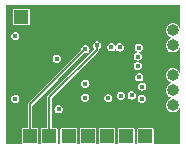
<source format=gbr>
%TF.GenerationSoftware,KiCad,Pcbnew,7.0.2-6a45011f42~172~ubuntu22.04.1*%
%TF.CreationDate,2023-05-25T09:16:40+08:00*%
%TF.ProjectId,fly2040_ds,666c7932-3034-4305-9f64-732e6b696361,rev?*%
%TF.SameCoordinates,PX45b1cc0PY2f4fd10*%
%TF.FileFunction,Copper,L3,Inr*%
%TF.FilePolarity,Positive*%
%FSLAX46Y46*%
G04 Gerber Fmt 4.6, Leading zero omitted, Abs format (unit mm)*
G04 Created by KiCad (PCBNEW 7.0.2-6a45011f42~172~ubuntu22.04.1) date 2023-05-25 09:16:40*
%MOMM*%
%LPD*%
G01*
G04 APERTURE LIST*
%TA.AperFunction,ComponentPad*%
%ADD10R,1.200000X1.200000*%
%TD*%
%TA.AperFunction,ComponentPad*%
%ADD11O,1.000000X1.000000*%
%TD*%
%TA.AperFunction,ViaPad*%
%ADD12C,0.450000*%
%TD*%
%TA.AperFunction,Conductor*%
%ADD13C,0.200000*%
%TD*%
G04 APERTURE END LIST*
D10*
%TO.N,NS_SCL*%
%TO.C,J7*%
X2177500Y-11220000D03*
%TD*%
D11*
%TO.N,RST*%
%TO.C,J8*%
X14255753Y-8601880D03*
%TO.N,D-*%
X14255753Y-7331880D03*
%TO.N,D+*%
X14255753Y-6061880D03*
%TO.N,+3V3*%
X14255753Y-4791880D03*
%TO.N,GND*%
X14255753Y-3521880D03*
%TO.N,BOOT*%
X14255753Y-2251880D03*
%TD*%
D10*
%TO.N,NS_CPU*%
%TO.C,J1*%
X1430000Y-1110000D03*
%TD*%
%TO.N,NS_CMD*%
%TO.C,J4*%
X10315000Y-11220000D03*
%TD*%
%TO.N,NS_RST*%
%TO.C,J2*%
X7060000Y-11220000D03*
%TD*%
%TO.N,NS_SDA*%
%TO.C,J6*%
X3810000Y-11220000D03*
%TD*%
%TO.N,NS_D0*%
%TO.C,J5*%
X11942500Y-11220000D03*
%TD*%
%TO.N,GND*%
%TO.C,J9*%
X5432500Y-11220000D03*
%TD*%
%TO.N,NS_CLK*%
%TO.C,J3*%
X8687500Y-11220000D03*
%TD*%
%TO.N,+3V3*%
%TO.C,J10*%
X13570000Y-11220000D03*
%TD*%
D12*
%TO.N,GND*%
X4440000Y-4640000D03*
X920000Y-8060000D03*
X920000Y-2740000D03*
%TO.N,+3V3*%
X4560000Y-2830000D03*
%TO.N,LED_DATA*%
X4590000Y-8930000D03*
%TO.N,RST*%
X6830000Y-7950000D03*
%TO.N,Net-(U1-GPIO29_ADC3)*%
X11630000Y-8050000D03*
%TO.N,Net-(U1-GPIO28_ADC2)*%
X10780000Y-7760000D03*
%TO.N,Net-(U1-GPIO27_ADC1)*%
X9860000Y-7800000D03*
%TO.N,Net-(U1-GPIO26_ADC0)*%
X8780000Y-7990000D03*
%TO.N,+3V3*%
X7855000Y-7830000D03*
%TO.N,QSPI_SD3*%
X11405000Y-6225000D03*
%TO.N,QSPI_SCK*%
X11290000Y-5270000D03*
%TO.N,QSPI_SD0*%
X11290000Y-4470000D03*
%TO.N,QSPI_SD2*%
X11380000Y-3710000D03*
%TO.N,QSPI_SD1*%
X9775000Y-3695000D03*
%TO.N,QSPI_CS*%
X9050000Y-3685000D03*
%TO.N,+3V3*%
X4980000Y-9880000D03*
X11720000Y-920000D03*
X12755000Y-9090000D03*
X8955000Y-1090000D03*
X6840000Y-5730000D03*
%TO.N,+1V1*%
X6850000Y-6785000D03*
X11660000Y-7010000D03*
%TO.N,NS_SDA*%
X7840000Y-3515000D03*
%TO.N,NS_SCL*%
X6850000Y-3850000D03*
%TD*%
D13*
%TO.N,NS_SCL*%
X6850000Y-3850000D02*
X6850000Y-3860000D01*
X6850000Y-3860000D02*
X2177500Y-8532500D01*
X2177500Y-8532500D02*
X2177500Y-11220000D01*
%TO.N,NS_SDA*%
X7840000Y-3515000D02*
X7840000Y-3890000D01*
X7840000Y-3890000D02*
X3810000Y-7920000D01*
X3810000Y-7920000D02*
X3810000Y-11220000D01*
%TD*%
%TA.AperFunction,Conductor*%
%TO.N,+3V3*%
G36*
X14885648Y-114352D02*
G01*
X14900000Y-149000D01*
X14900000Y-1991707D01*
X14885648Y-2026355D01*
X14851000Y-2040707D01*
X14816352Y-2026355D01*
X14805730Y-2010459D01*
X14780289Y-1949039D01*
X14743950Y-1901681D01*
X14684035Y-1823597D01*
X14558595Y-1727345D01*
X14558594Y-1727344D01*
X14412515Y-1666836D01*
X14255753Y-1646198D01*
X14098990Y-1666836D01*
X13995695Y-1709622D01*
X13970884Y-1719900D01*
X13952910Y-1727345D01*
X13827470Y-1823597D01*
X13731218Y-1949037D01*
X13699192Y-2026355D01*
X13670709Y-2095118D01*
X13650071Y-2251880D01*
X13670709Y-2408642D01*
X13731217Y-2554721D01*
X13731218Y-2554722D01*
X13827470Y-2680162D01*
X13905454Y-2740000D01*
X13952912Y-2776416D01*
X14060833Y-2821118D01*
X14098990Y-2836924D01*
X14109434Y-2838299D01*
X14141912Y-2857051D01*
X14151619Y-2893276D01*
X14132867Y-2925754D01*
X14109434Y-2935461D01*
X14098990Y-2936835D01*
X13952910Y-2997345D01*
X13827470Y-3093597D01*
X13731218Y-3219037D01*
X13670709Y-3365117D01*
X13665414Y-3405337D01*
X13650071Y-3521880D01*
X13670709Y-3678642D01*
X13731217Y-3824721D01*
X13731218Y-3824722D01*
X13827470Y-3950162D01*
X13869087Y-3982095D01*
X13952912Y-4046416D01*
X14098991Y-4106924D01*
X14255753Y-4127562D01*
X14412515Y-4106924D01*
X14558594Y-4046416D01*
X14684035Y-3950162D01*
X14780289Y-3824721D01*
X14805730Y-3763299D01*
X14832249Y-3736782D01*
X14869752Y-3736782D01*
X14896270Y-3763301D01*
X14900000Y-3782052D01*
X14900000Y-5801707D01*
X14885648Y-5836355D01*
X14851000Y-5850707D01*
X14816352Y-5836355D01*
X14805730Y-5820459D01*
X14780289Y-5759039D01*
X14743950Y-5711681D01*
X14684035Y-5633597D01*
X14558595Y-5537345D01*
X14558594Y-5537344D01*
X14412515Y-5476836D01*
X14255753Y-5456198D01*
X14255752Y-5456198D01*
X14098990Y-5476836D01*
X13952910Y-5537345D01*
X13827470Y-5633597D01*
X13731218Y-5759037D01*
X13670709Y-5905117D01*
X13666393Y-5937905D01*
X13650071Y-6061880D01*
X13670709Y-6218642D01*
X13731217Y-6364721D01*
X13731218Y-6364722D01*
X13827470Y-6490162D01*
X13905554Y-6550077D01*
X13952912Y-6586416D01*
X14060833Y-6631118D01*
X14098990Y-6646924D01*
X14109434Y-6648299D01*
X14141912Y-6667051D01*
X14151619Y-6703276D01*
X14132867Y-6735754D01*
X14109434Y-6745461D01*
X14098990Y-6746835D01*
X13952910Y-6807345D01*
X13827470Y-6903597D01*
X13731218Y-7029037D01*
X13670709Y-7175117D01*
X13654651Y-7297095D01*
X13650071Y-7331880D01*
X13670709Y-7488642D01*
X13731217Y-7634721D01*
X13731218Y-7634722D01*
X13827470Y-7760162D01*
X13880906Y-7801164D01*
X13952912Y-7856416D01*
X14060833Y-7901118D01*
X14098990Y-7916924D01*
X14109434Y-7918299D01*
X14141912Y-7937051D01*
X14151619Y-7973276D01*
X14132867Y-8005754D01*
X14109434Y-8015461D01*
X14098990Y-8016835D01*
X13952910Y-8077345D01*
X13827470Y-8173597D01*
X13731218Y-8299037D01*
X13670709Y-8445117D01*
X13653593Y-8575131D01*
X13650071Y-8601880D01*
X13670709Y-8758642D01*
X13731217Y-8904721D01*
X13731218Y-8904722D01*
X13827470Y-9030162D01*
X13905554Y-9090077D01*
X13952912Y-9126416D01*
X14098991Y-9186924D01*
X14255753Y-9207562D01*
X14412515Y-9186924D01*
X14558594Y-9126416D01*
X14684035Y-9030162D01*
X14780289Y-8904721D01*
X14805730Y-8843299D01*
X14832249Y-8816782D01*
X14869752Y-8816782D01*
X14896270Y-8843301D01*
X14900000Y-8862052D01*
X14900000Y-11851000D01*
X14885648Y-11885648D01*
X14851000Y-11900000D01*
X12688763Y-11900000D01*
X12654115Y-11885648D01*
X12639763Y-11851000D01*
X12640704Y-11841441D01*
X12643000Y-11829899D01*
X12642999Y-10610102D01*
X12637169Y-10580787D01*
X12637169Y-10580786D01*
X12614957Y-10547543D01*
X12614956Y-10547542D01*
X12581713Y-10525331D01*
X12581712Y-10525330D01*
X12581711Y-10525330D01*
X12552400Y-10519500D01*
X11332602Y-10519500D01*
X11303286Y-10525330D01*
X11270043Y-10547542D01*
X11247830Y-10580788D01*
X11242000Y-10610099D01*
X11242000Y-11829897D01*
X11244297Y-11841443D01*
X11236979Y-11878225D01*
X11205795Y-11899059D01*
X11196238Y-11900000D01*
X11061263Y-11900000D01*
X11026615Y-11885648D01*
X11012263Y-11851000D01*
X11013204Y-11841441D01*
X11015500Y-11829899D01*
X11015499Y-10610102D01*
X11009669Y-10580787D01*
X11009669Y-10580786D01*
X10987457Y-10547543D01*
X10987456Y-10547542D01*
X10954213Y-10525331D01*
X10954212Y-10525330D01*
X10954211Y-10525330D01*
X10924900Y-10519500D01*
X9705102Y-10519500D01*
X9675786Y-10525330D01*
X9642543Y-10547542D01*
X9620330Y-10580788D01*
X9614500Y-10610099D01*
X9614500Y-11829897D01*
X9616797Y-11841443D01*
X9609479Y-11878225D01*
X9578295Y-11899059D01*
X9568738Y-11900000D01*
X9433763Y-11900000D01*
X9399115Y-11885648D01*
X9384763Y-11851000D01*
X9385704Y-11841441D01*
X9388000Y-11829899D01*
X9387999Y-10610102D01*
X9382169Y-10580787D01*
X9382169Y-10580786D01*
X9359957Y-10547543D01*
X9359956Y-10547542D01*
X9326713Y-10525331D01*
X9326712Y-10525330D01*
X9326711Y-10525330D01*
X9297400Y-10519500D01*
X8077602Y-10519500D01*
X8048286Y-10525330D01*
X8015043Y-10547542D01*
X7992830Y-10580788D01*
X7987000Y-10610099D01*
X7987000Y-11829897D01*
X7989297Y-11841443D01*
X7981979Y-11878225D01*
X7950795Y-11899059D01*
X7941238Y-11900000D01*
X7806263Y-11900000D01*
X7771615Y-11885648D01*
X7757263Y-11851000D01*
X7758204Y-11841441D01*
X7760500Y-11829899D01*
X7760499Y-10610102D01*
X7754669Y-10580787D01*
X7754669Y-10580786D01*
X7732457Y-10547543D01*
X7732456Y-10547542D01*
X7699213Y-10525331D01*
X7699212Y-10525330D01*
X7699211Y-10525330D01*
X7669900Y-10519500D01*
X6450102Y-10519500D01*
X6420786Y-10525330D01*
X6387543Y-10547542D01*
X6365330Y-10580788D01*
X6359500Y-10610099D01*
X6359500Y-11829897D01*
X6361797Y-11841443D01*
X6354479Y-11878225D01*
X6323295Y-11899059D01*
X6313738Y-11900000D01*
X6178763Y-11900000D01*
X6144115Y-11885648D01*
X6129763Y-11851000D01*
X6130704Y-11841441D01*
X6133000Y-11829899D01*
X6132999Y-10610102D01*
X6127169Y-10580787D01*
X6127169Y-10580786D01*
X6104957Y-10547543D01*
X6104956Y-10547542D01*
X6071713Y-10525331D01*
X6071712Y-10525330D01*
X6071711Y-10525330D01*
X6042400Y-10519500D01*
X4822602Y-10519500D01*
X4793286Y-10525330D01*
X4760043Y-10547542D01*
X4737830Y-10580788D01*
X4732000Y-10610099D01*
X4732000Y-11829897D01*
X4734297Y-11841443D01*
X4726979Y-11878225D01*
X4695795Y-11899059D01*
X4686238Y-11900000D01*
X4556263Y-11900000D01*
X4521615Y-11885648D01*
X4507263Y-11851000D01*
X4508204Y-11841441D01*
X4510500Y-11829899D01*
X4510499Y-10610102D01*
X4504669Y-10580787D01*
X4504669Y-10580786D01*
X4482457Y-10547543D01*
X4482456Y-10547542D01*
X4449213Y-10525331D01*
X4449212Y-10525330D01*
X4449211Y-10525330D01*
X4419901Y-10519500D01*
X4419899Y-10519500D01*
X4048400Y-10519500D01*
X4013752Y-10505148D01*
X3999400Y-10470500D01*
X3999400Y-8930000D01*
X4235131Y-8930000D01*
X4252499Y-9039662D01*
X4302905Y-9138587D01*
X4381413Y-9217095D01*
X4413554Y-9233472D01*
X4480337Y-9267500D01*
X4506718Y-9271678D01*
X4590000Y-9284869D01*
X4684667Y-9269874D01*
X4699662Y-9267500D01*
X4733053Y-9250486D01*
X4798587Y-9217095D01*
X4877095Y-9138587D01*
X4910486Y-9073053D01*
X4927500Y-9039662D01*
X4929874Y-9024667D01*
X4944869Y-8930000D01*
X4927500Y-8820339D01*
X4927500Y-8820337D01*
X4877094Y-8721412D01*
X4798587Y-8642905D01*
X4699662Y-8592499D01*
X4590000Y-8575131D01*
X4480337Y-8592499D01*
X4381412Y-8642905D01*
X4302905Y-8721412D01*
X4252499Y-8820337D01*
X4235131Y-8930000D01*
X3999400Y-8930000D01*
X3999400Y-8018747D01*
X4013751Y-7984100D01*
X4047851Y-7950000D01*
X6475131Y-7950000D01*
X6492499Y-8059662D01*
X6541010Y-8154868D01*
X6542905Y-8158587D01*
X6621413Y-8237095D01*
X6653554Y-8253472D01*
X6720337Y-8287500D01*
X6746718Y-8291678D01*
X6830000Y-8304869D01*
X6924667Y-8289874D01*
X6939662Y-8287500D01*
X6996406Y-8258587D01*
X7038587Y-8237095D01*
X7117095Y-8158587D01*
X7158490Y-8077344D01*
X7167500Y-8059662D01*
X7174283Y-8016835D01*
X7178533Y-7990000D01*
X8425131Y-7990000D01*
X8442499Y-8099662D01*
X8492904Y-8198586D01*
X8492905Y-8198587D01*
X8571413Y-8277095D01*
X8591834Y-8287500D01*
X8670337Y-8327500D01*
X8696718Y-8331678D01*
X8780000Y-8344869D01*
X8874667Y-8329874D01*
X8889662Y-8327500D01*
X8945519Y-8299039D01*
X8988587Y-8277095D01*
X9067095Y-8198587D01*
X9109752Y-8114868D01*
X9117500Y-8099662D01*
X9123835Y-8059662D01*
X9134869Y-7990000D01*
X9118749Y-7888222D01*
X9117500Y-7880337D01*
X9080591Y-7807901D01*
X9076565Y-7800000D01*
X9505131Y-7800000D01*
X9522499Y-7909662D01*
X9572904Y-8008586D01*
X9572905Y-8008587D01*
X9651413Y-8087095D01*
X9683554Y-8103472D01*
X9750337Y-8137500D01*
X9776718Y-8141678D01*
X9860000Y-8154869D01*
X9954667Y-8139874D01*
X9969662Y-8137500D01*
X10014079Y-8114868D01*
X10068587Y-8087095D01*
X10147095Y-8008587D01*
X10193099Y-7918299D01*
X10197500Y-7909662D01*
X10202144Y-7880339D01*
X10214869Y-7800000D01*
X10208533Y-7760000D01*
X10425131Y-7760000D01*
X10442499Y-7869662D01*
X10492904Y-7968586D01*
X10492905Y-7968587D01*
X10571413Y-8047095D01*
X10596741Y-8060000D01*
X10670337Y-8097500D01*
X10696718Y-8101678D01*
X10780000Y-8114869D01*
X10876017Y-8099661D01*
X10889662Y-8097500D01*
X10923053Y-8080486D01*
X10982886Y-8050000D01*
X11275131Y-8050000D01*
X11292499Y-8159662D01*
X11331954Y-8237094D01*
X11342905Y-8258587D01*
X11421413Y-8337095D01*
X11453554Y-8353472D01*
X11520337Y-8387500D01*
X11546718Y-8391678D01*
X11630000Y-8404869D01*
X11724667Y-8389874D01*
X11739662Y-8387500D01*
X11792732Y-8360459D01*
X11838587Y-8337095D01*
X11917095Y-8258587D01*
X11960399Y-8173598D01*
X11967500Y-8159662D01*
X11971010Y-8137500D01*
X11984869Y-8050000D01*
X11969030Y-7950000D01*
X11967500Y-7940337D01*
X11922190Y-7851413D01*
X11917095Y-7841413D01*
X11838587Y-7762905D01*
X11827844Y-7757431D01*
X11739662Y-7712499D01*
X11630000Y-7695131D01*
X11520337Y-7712499D01*
X11421412Y-7762905D01*
X11342905Y-7841412D01*
X11292499Y-7940337D01*
X11275131Y-8050000D01*
X10982886Y-8050000D01*
X10988587Y-8047095D01*
X11067095Y-7968587D01*
X11108043Y-7888222D01*
X11117500Y-7869662D01*
X11122144Y-7840339D01*
X11134869Y-7760000D01*
X11119490Y-7662905D01*
X11117500Y-7650337D01*
X11067094Y-7551412D01*
X10988587Y-7472905D01*
X10889662Y-7422499D01*
X10780000Y-7405131D01*
X10670337Y-7422499D01*
X10571412Y-7472905D01*
X10492905Y-7551412D01*
X10442499Y-7650337D01*
X10425131Y-7760000D01*
X10208533Y-7760000D01*
X10197500Y-7690339D01*
X10197500Y-7690337D01*
X10148989Y-7595131D01*
X10147095Y-7591413D01*
X10068587Y-7512905D01*
X9969662Y-7462499D01*
X9860000Y-7445131D01*
X9750337Y-7462499D01*
X9651412Y-7512905D01*
X9572905Y-7591412D01*
X9522499Y-7690337D01*
X9505131Y-7800000D01*
X9076565Y-7800000D01*
X9067095Y-7781413D01*
X8988587Y-7702905D01*
X8963921Y-7690337D01*
X8889662Y-7652499D01*
X8780000Y-7635131D01*
X8670337Y-7652499D01*
X8571412Y-7702905D01*
X8492905Y-7781412D01*
X8442499Y-7880337D01*
X8425131Y-7990000D01*
X7178533Y-7990000D01*
X7184869Y-7950000D01*
X7171678Y-7866718D01*
X7167500Y-7840337D01*
X7128256Y-7763318D01*
X7117095Y-7741413D01*
X7038587Y-7662905D01*
X7038586Y-7662905D01*
X6939662Y-7612499D01*
X6830000Y-7595131D01*
X6720337Y-7612499D01*
X6621412Y-7662905D01*
X6542905Y-7741412D01*
X6492499Y-7840337D01*
X6475131Y-7950000D01*
X4047851Y-7950000D01*
X5212851Y-6785000D01*
X6495131Y-6785000D01*
X6512499Y-6894662D01*
X6562905Y-6993587D01*
X6641413Y-7072095D01*
X6673554Y-7088472D01*
X6740337Y-7122500D01*
X6766718Y-7126678D01*
X6850000Y-7139869D01*
X6944667Y-7124874D01*
X6959662Y-7122500D01*
X7022545Y-7090459D01*
X7058587Y-7072095D01*
X7120682Y-7010000D01*
X11305131Y-7010000D01*
X11322499Y-7119662D01*
X11372904Y-7218586D01*
X11372905Y-7218587D01*
X11451413Y-7297095D01*
X11483554Y-7313472D01*
X11550337Y-7347500D01*
X11576718Y-7351678D01*
X11660000Y-7364869D01*
X11754667Y-7349874D01*
X11769662Y-7347500D01*
X11803053Y-7330486D01*
X11868587Y-7297095D01*
X11947095Y-7218587D01*
X11987204Y-7139868D01*
X11997500Y-7119662D01*
X12011853Y-7029039D01*
X12014869Y-7010000D01*
X11997500Y-6900339D01*
X11997500Y-6900337D01*
X11947094Y-6801412D01*
X11868587Y-6722905D01*
X11769662Y-6672499D01*
X11660000Y-6655131D01*
X11550337Y-6672499D01*
X11451412Y-6722905D01*
X11372905Y-6801412D01*
X11322499Y-6900337D01*
X11305131Y-7010000D01*
X7120682Y-7010000D01*
X7137095Y-6993587D01*
X7170486Y-6928053D01*
X7187500Y-6894662D01*
X7189874Y-6879667D01*
X7204869Y-6785000D01*
X7187500Y-6675339D01*
X7187500Y-6675337D01*
X7153472Y-6608554D01*
X7137095Y-6576413D01*
X7058587Y-6497905D01*
X7058586Y-6497905D01*
X6959662Y-6447499D01*
X6850000Y-6430131D01*
X6740337Y-6447499D01*
X6641412Y-6497905D01*
X6562905Y-6576412D01*
X6512499Y-6675337D01*
X6495131Y-6785000D01*
X5212851Y-6785000D01*
X5772851Y-6225000D01*
X11050131Y-6225000D01*
X11067499Y-6334662D01*
X11116144Y-6430131D01*
X11117905Y-6433587D01*
X11196413Y-6512095D01*
X11228554Y-6528472D01*
X11295337Y-6562500D01*
X11321718Y-6566678D01*
X11405000Y-6579869D01*
X11499667Y-6564874D01*
X11514662Y-6562500D01*
X11548053Y-6545486D01*
X11613587Y-6512095D01*
X11692095Y-6433587D01*
X11727184Y-6364721D01*
X11742500Y-6334662D01*
X11751667Y-6276782D01*
X11759869Y-6225000D01*
X11742500Y-6115339D01*
X11742500Y-6115337D01*
X11692094Y-6016412D01*
X11613587Y-5937905D01*
X11514662Y-5887499D01*
X11405000Y-5870131D01*
X11295337Y-5887499D01*
X11196412Y-5937905D01*
X11117905Y-6016412D01*
X11067499Y-6115337D01*
X11050131Y-6225000D01*
X5772851Y-6225000D01*
X6727850Y-5270000D01*
X10935131Y-5270000D01*
X10952499Y-5379662D01*
X10991497Y-5456198D01*
X11002905Y-5478587D01*
X11081413Y-5557095D01*
X11113554Y-5573472D01*
X11180337Y-5607500D01*
X11206718Y-5611678D01*
X11290000Y-5624869D01*
X11384667Y-5609874D01*
X11399662Y-5607500D01*
X11433053Y-5590486D01*
X11498587Y-5557095D01*
X11577095Y-5478587D01*
X11610486Y-5413053D01*
X11627500Y-5379662D01*
X11629874Y-5364667D01*
X11644869Y-5270000D01*
X11627500Y-5160339D01*
X11627500Y-5160337D01*
X11577094Y-5061412D01*
X11498587Y-4982905D01*
X11399662Y-4932500D01*
X11310620Y-4918397D01*
X11292103Y-4907049D01*
X11290515Y-4909642D01*
X11269379Y-4918397D01*
X11180337Y-4932499D01*
X11081412Y-4982905D01*
X11002905Y-5061412D01*
X10952499Y-5160337D01*
X10935131Y-5270000D01*
X6727850Y-5270000D01*
X7527850Y-4470000D01*
X10935131Y-4470000D01*
X10952499Y-4579662D01*
X11002905Y-4678586D01*
X11002905Y-4678587D01*
X11081413Y-4757095D01*
X11113554Y-4773472D01*
X11180337Y-4807500D01*
X11269379Y-4821603D01*
X11287895Y-4832950D01*
X11289484Y-4830358D01*
X11310620Y-4821603D01*
X11399661Y-4807500D01*
X11498587Y-4757095D01*
X11577095Y-4678587D01*
X11610486Y-4613053D01*
X11627500Y-4579662D01*
X11635312Y-4530337D01*
X11644869Y-4470000D01*
X11627500Y-4360339D01*
X11627500Y-4360337D01*
X11577094Y-4261412D01*
X11498587Y-4182905D01*
X11428110Y-4146995D01*
X11403754Y-4118478D01*
X11406697Y-4081090D01*
X11435214Y-4056734D01*
X11442684Y-4054940D01*
X11489661Y-4047500D01*
X11588587Y-3997095D01*
X11667095Y-3918587D01*
X11700486Y-3853053D01*
X11717500Y-3819662D01*
X11720282Y-3802095D01*
X11734869Y-3710000D01*
X11717500Y-3600339D01*
X11717500Y-3600337D01*
X11672744Y-3512500D01*
X11667095Y-3501413D01*
X11588587Y-3422905D01*
X11588586Y-3422904D01*
X11489662Y-3372499D01*
X11380000Y-3355131D01*
X11270337Y-3372499D01*
X11171412Y-3422905D01*
X11092905Y-3501412D01*
X11042499Y-3600337D01*
X11025131Y-3710000D01*
X11042499Y-3819662D01*
X11092905Y-3918587D01*
X11171413Y-3997095D01*
X11241888Y-4033004D01*
X11266245Y-4061521D01*
X11263302Y-4098908D01*
X11234785Y-4123265D01*
X11227309Y-4125060D01*
X11180337Y-4132500D01*
X11081412Y-4182905D01*
X11002905Y-4261412D01*
X10952499Y-4360337D01*
X10935131Y-4470000D01*
X7527850Y-4470000D01*
X7945285Y-4052565D01*
X7958672Y-4043068D01*
X7961126Y-4041887D01*
X7979736Y-4018549D01*
X7983391Y-4014461D01*
X7985789Y-4012062D01*
X7989017Y-4008835D01*
X7993249Y-4002098D01*
X7996418Y-3997630D01*
X8015032Y-3974291D01*
X8015637Y-3971635D01*
X8021923Y-3956464D01*
X8023369Y-3954163D01*
X8024338Y-3945559D01*
X8026710Y-3924502D01*
X8027631Y-3919088D01*
X8027746Y-3918587D01*
X8029400Y-3911341D01*
X8029400Y-3903393D01*
X8029708Y-3897907D01*
X8030195Y-3893586D01*
X8033050Y-3868248D01*
X8032149Y-3865675D01*
X8029400Y-3849492D01*
X8029400Y-3841578D01*
X8043752Y-3806930D01*
X8068916Y-3781766D01*
X8127095Y-3723587D01*
X8146756Y-3685000D01*
X8695131Y-3685000D01*
X8712499Y-3794662D01*
X8749994Y-3868248D01*
X8762905Y-3893587D01*
X8841413Y-3972095D01*
X8873554Y-3988472D01*
X8940337Y-4022500D01*
X8966718Y-4026678D01*
X9050000Y-4039869D01*
X9144667Y-4024874D01*
X9159662Y-4022500D01*
X9209523Y-3997094D01*
X9258587Y-3972095D01*
X9337095Y-3893587D01*
X9355321Y-3857817D01*
X9366293Y-3836283D01*
X9394810Y-3811926D01*
X9432197Y-3814869D01*
X9453611Y-3836282D01*
X9469898Y-3868247D01*
X9487905Y-3903587D01*
X9566413Y-3982095D01*
X9595850Y-3997094D01*
X9665337Y-4032500D01*
X9691718Y-4036678D01*
X9775000Y-4049869D01*
X9869667Y-4034874D01*
X9884662Y-4032500D01*
X9920065Y-4014461D01*
X9983587Y-3982095D01*
X10062095Y-3903587D01*
X10096388Y-3836282D01*
X10112500Y-3804662D01*
X10119051Y-3763300D01*
X10129869Y-3695000D01*
X10112500Y-3585339D01*
X10112500Y-3585337D01*
X10062094Y-3486412D01*
X9983587Y-3407905D01*
X9884662Y-3357499D01*
X9775000Y-3340131D01*
X9665337Y-3357499D01*
X9566412Y-3407905D01*
X9487905Y-3486412D01*
X9458706Y-3543717D01*
X9430188Y-3568073D01*
X9392801Y-3565130D01*
X9371388Y-3543717D01*
X9355482Y-3512500D01*
X9337095Y-3476413D01*
X9258587Y-3397905D01*
X9258586Y-3397904D01*
X9159662Y-3347499D01*
X9050000Y-3330131D01*
X8940337Y-3347499D01*
X8841412Y-3397905D01*
X8762905Y-3476412D01*
X8712499Y-3575337D01*
X8695131Y-3685000D01*
X8146756Y-3685000D01*
X8160486Y-3658053D01*
X8177500Y-3624662D01*
X8185312Y-3575337D01*
X8194869Y-3515000D01*
X8180282Y-3422905D01*
X8177500Y-3405337D01*
X8139180Y-3330131D01*
X8127095Y-3306413D01*
X8048587Y-3227905D01*
X8048586Y-3227904D01*
X7949662Y-3177499D01*
X7840000Y-3160131D01*
X7730337Y-3177499D01*
X7631412Y-3227905D01*
X7552905Y-3306412D01*
X7502499Y-3405337D01*
X7485131Y-3515000D01*
X7502499Y-3624662D01*
X7552905Y-3723587D01*
X7611084Y-3781766D01*
X7625436Y-3816414D01*
X7611084Y-3851062D01*
X3704715Y-7757431D01*
X3691333Y-7766928D01*
X3688873Y-7768112D01*
X3670265Y-7791445D01*
X3666611Y-7795535D01*
X3660984Y-7801163D01*
X3656750Y-7807901D01*
X3653574Y-7812377D01*
X3634966Y-7835711D01*
X3634360Y-7838368D01*
X3628083Y-7853525D01*
X3626631Y-7855835D01*
X3623288Y-7885493D01*
X3622370Y-7890897D01*
X3620600Y-7898658D01*
X3620600Y-7906611D01*
X3620292Y-7912097D01*
X3616951Y-7941750D01*
X3617850Y-7944319D01*
X3620600Y-7960504D01*
X3620599Y-10470500D01*
X3606247Y-10505148D01*
X3571599Y-10519500D01*
X3200102Y-10519500D01*
X3170786Y-10525330D01*
X3137543Y-10547542D01*
X3115330Y-10580788D01*
X3109500Y-10610099D01*
X3109500Y-11829897D01*
X3111797Y-11841443D01*
X3104479Y-11878225D01*
X3073295Y-11899059D01*
X3063738Y-11900000D01*
X2923763Y-11900000D01*
X2889115Y-11885648D01*
X2874763Y-11851000D01*
X2875704Y-11841441D01*
X2878000Y-11829899D01*
X2877999Y-10610102D01*
X2872169Y-10580787D01*
X2872169Y-10580786D01*
X2849957Y-10547543D01*
X2849956Y-10547542D01*
X2816713Y-10525331D01*
X2816712Y-10525330D01*
X2816711Y-10525330D01*
X2787401Y-10519500D01*
X2787399Y-10519500D01*
X2415900Y-10519500D01*
X2381252Y-10505148D01*
X2366900Y-10470500D01*
X2366900Y-8631247D01*
X2381252Y-8596599D01*
X4547720Y-6430131D01*
X6765859Y-4211991D01*
X6800506Y-4197640D01*
X6808162Y-4198242D01*
X6850000Y-4204869D01*
X6944667Y-4189874D01*
X6959662Y-4187500D01*
X6993053Y-4170486D01*
X7058587Y-4137095D01*
X7137095Y-4058587D01*
X7170486Y-3993053D01*
X7187500Y-3959662D01*
X7193926Y-3919088D01*
X7204869Y-3850000D01*
X7187500Y-3740339D01*
X7187500Y-3740337D01*
X7137094Y-3641412D01*
X7058587Y-3562905D01*
X6959662Y-3512499D01*
X6850000Y-3495131D01*
X6740337Y-3512499D01*
X6641412Y-3562905D01*
X6562905Y-3641412D01*
X6512499Y-3740337D01*
X6495131Y-3850000D01*
X6504490Y-3909092D01*
X6495735Y-3945559D01*
X6490741Y-3951405D01*
X2072215Y-8369931D01*
X2058833Y-8379428D01*
X2056373Y-8380612D01*
X2037765Y-8403945D01*
X2034111Y-8408035D01*
X2028484Y-8413663D01*
X2024250Y-8420401D01*
X2021074Y-8424877D01*
X2002466Y-8448211D01*
X2001860Y-8450868D01*
X1995583Y-8466025D01*
X1994131Y-8468335D01*
X1990788Y-8497993D01*
X1989870Y-8503397D01*
X1988100Y-8511158D01*
X1988100Y-8519111D01*
X1987792Y-8524597D01*
X1984451Y-8554250D01*
X1985350Y-8556819D01*
X1988100Y-8573004D01*
X1988100Y-10470500D01*
X1973748Y-10505148D01*
X1939100Y-10519500D01*
X1567602Y-10519500D01*
X1538286Y-10525330D01*
X1505043Y-10547542D01*
X1482830Y-10580788D01*
X1477000Y-10610099D01*
X1477000Y-11829897D01*
X1479297Y-11841443D01*
X1471979Y-11878225D01*
X1440795Y-11899059D01*
X1431238Y-11900000D01*
X149000Y-11900000D01*
X114352Y-11885648D01*
X100000Y-11851000D01*
X100000Y-8060000D01*
X565131Y-8060000D01*
X582499Y-8169662D01*
X616859Y-8237095D01*
X632905Y-8268587D01*
X711413Y-8347095D01*
X743554Y-8363472D01*
X810337Y-8397500D01*
X836718Y-8401678D01*
X920000Y-8414869D01*
X1014667Y-8399874D01*
X1029662Y-8397500D01*
X1063053Y-8380486D01*
X1128587Y-8347095D01*
X1207095Y-8268587D01*
X1255495Y-8173597D01*
X1257500Y-8169662D01*
X1266178Y-8114869D01*
X1274869Y-8060000D01*
X1259107Y-7960484D01*
X1257500Y-7950337D01*
X1209643Y-7856414D01*
X1207095Y-7851413D01*
X1128587Y-7772905D01*
X1119180Y-7768112D01*
X1029662Y-7722499D01*
X920000Y-7705131D01*
X810337Y-7722499D01*
X711412Y-7772905D01*
X632905Y-7851412D01*
X582499Y-7950337D01*
X565131Y-8060000D01*
X100000Y-8060000D01*
X100000Y-4640000D01*
X4085131Y-4640000D01*
X4102499Y-4749662D01*
X4152904Y-4848586D01*
X4152905Y-4848587D01*
X4231413Y-4927095D01*
X4263554Y-4943472D01*
X4330337Y-4977500D01*
X4356718Y-4981678D01*
X4440000Y-4994869D01*
X4534667Y-4979874D01*
X4549662Y-4977500D01*
X4583053Y-4960486D01*
X4648587Y-4927095D01*
X4727095Y-4848587D01*
X4760486Y-4783053D01*
X4777500Y-4749662D01*
X4788757Y-4678587D01*
X4794869Y-4640000D01*
X4777500Y-4530339D01*
X4777500Y-4530337D01*
X4727094Y-4431412D01*
X4648587Y-4352905D01*
X4549662Y-4302499D01*
X4440000Y-4285131D01*
X4330337Y-4302499D01*
X4231412Y-4352905D01*
X4152905Y-4431412D01*
X4102499Y-4530337D01*
X4085131Y-4640000D01*
X100000Y-4640000D01*
X100000Y-2740000D01*
X565131Y-2740000D01*
X582499Y-2849662D01*
X632904Y-2948586D01*
X632905Y-2948587D01*
X711413Y-3027095D01*
X743554Y-3043472D01*
X810337Y-3077500D01*
X836718Y-3081678D01*
X920000Y-3094869D01*
X1014667Y-3079874D01*
X1029662Y-3077500D01*
X1063053Y-3060486D01*
X1128587Y-3027095D01*
X1207095Y-2948587D01*
X1241795Y-2880484D01*
X1257500Y-2849662D01*
X1269101Y-2776414D01*
X1274869Y-2740000D01*
X1257500Y-2630339D01*
X1257500Y-2630337D01*
X1207094Y-2531412D01*
X1128587Y-2452905D01*
X1029662Y-2402499D01*
X920000Y-2385131D01*
X810337Y-2402499D01*
X711412Y-2452905D01*
X632905Y-2531412D01*
X582499Y-2630337D01*
X565131Y-2740000D01*
X100000Y-2740000D01*
X100000Y-1719897D01*
X729500Y-1719897D01*
X735330Y-1749213D01*
X757542Y-1782456D01*
X757543Y-1782457D01*
X790787Y-1804669D01*
X820101Y-1810500D01*
X2039898Y-1810499D01*
X2069213Y-1804669D01*
X2102457Y-1782457D01*
X2124669Y-1749213D01*
X2130500Y-1719899D01*
X2130499Y-500102D01*
X2124669Y-470787D01*
X2124669Y-470786D01*
X2102457Y-437543D01*
X2102456Y-437542D01*
X2069213Y-415331D01*
X2069212Y-415330D01*
X2069211Y-415330D01*
X2039900Y-409500D01*
X820102Y-409500D01*
X790786Y-415330D01*
X757543Y-437542D01*
X735330Y-470788D01*
X729500Y-500099D01*
X729500Y-1719897D01*
X100000Y-1719897D01*
X100000Y-149000D01*
X114352Y-114352D01*
X149000Y-100000D01*
X14851000Y-100000D01*
X14885648Y-114352D01*
G37*
%TD.AperFunction*%
%TD*%
M02*

</source>
